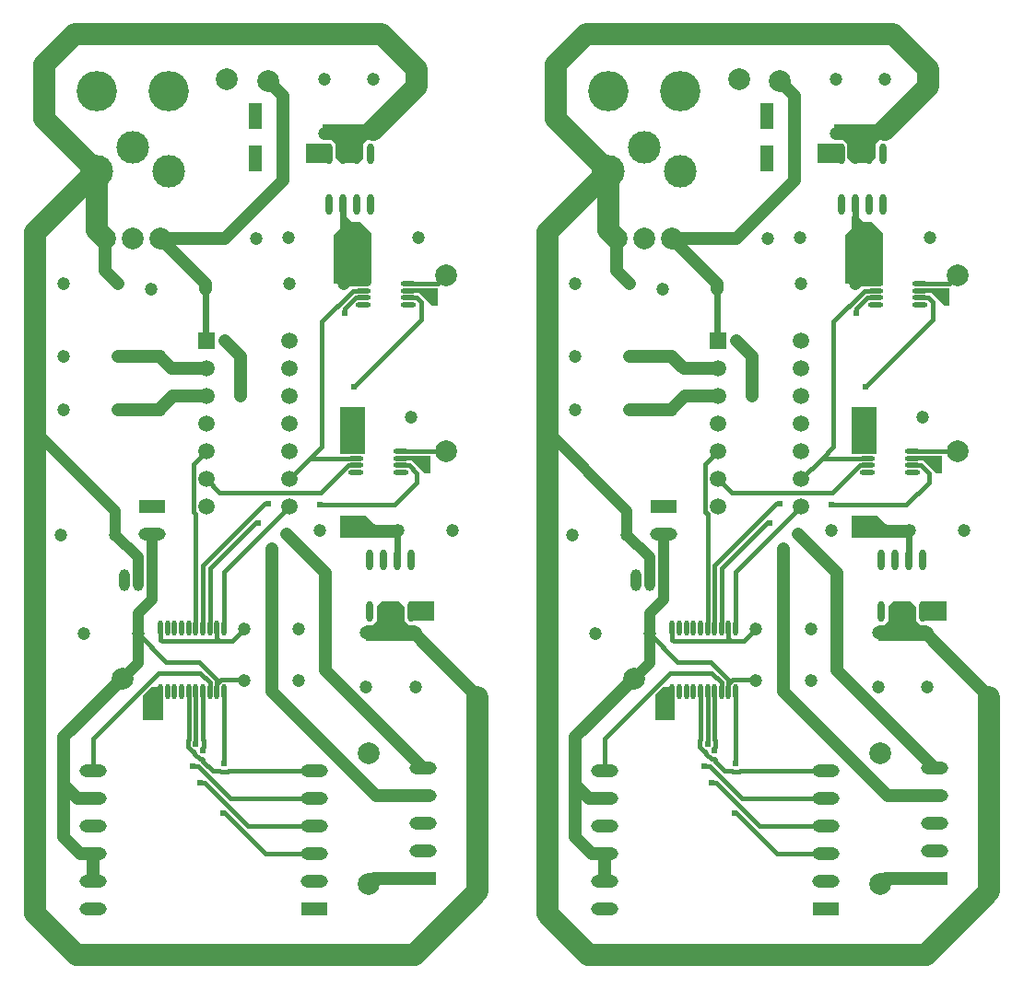
<source format=gtl>
%FSLAX23Y23*%
%MOIN*%
G70*
G01*
G75*
G04 Layer_Physical_Order=1*
G04 Layer_Color=255*
%ADD10O,0.024X0.075*%
%ADD11O,0.055X0.018*%
%ADD12O,0.018X0.055*%
%ADD13C,0.018*%
%ADD14C,0.047*%
%ADD15C,0.039*%
%ADD16C,0.024*%
%ADD17C,0.079*%
%ADD18R,0.098X0.047*%
%ADD19O,0.098X0.047*%
%ADD20C,0.047*%
%ADD21C,0.079*%
%ADD22C,0.118*%
%ADD23C,0.146*%
%ADD24C,0.051*%
%ADD25C,0.059*%
%ADD26R,0.059X0.059*%
%ADD27O,0.039X0.079*%
%ADD28O,0.039X0.079*%
%ADD29R,0.047X0.098*%
%ADD30O,0.047X0.098*%
%ADD31C,0.024*%
G36*
X1319Y1660D02*
Y1613D01*
X1318Y1612D01*
X1197Y1612D01*
X1197Y1689D01*
X1286Y1689D01*
X1319Y1660D01*
D02*
G37*
G36*
X1523Y1846D02*
X1522Y1845D01*
X1501D01*
X1457Y1890D01*
X1415D01*
Y1906D01*
X1523D01*
Y1846D01*
D02*
G37*
G36*
X1537Y1309D02*
X1453D01*
Y1380D01*
X1537D01*
Y1309D01*
D02*
G37*
G36*
X555Y1034D02*
X555Y1033D01*
X555Y952D01*
X484D01*
X484Y1041D01*
Y1042D01*
X512Y1070D01*
X555D01*
Y1034D01*
D02*
G37*
G36*
X1429Y1360D02*
Y1309D01*
X1441Y1297D01*
X1445Y1293D01*
X1469D01*
Y1238D01*
X1291D01*
Y1293D01*
X1313D01*
X1329Y1309D01*
Y1360D01*
Y1362D01*
X1346Y1380D01*
X1409D01*
X1429Y1360D01*
D02*
G37*
G36*
X1157Y2966D02*
X1073D01*
Y3037D01*
X1157D01*
Y2966D01*
D02*
G37*
G36*
X1319Y3052D02*
X1297D01*
X1281Y3037D01*
Y2985D01*
Y2983D01*
X1264Y2966D01*
X1201D01*
X1181Y2985D01*
Y3037D01*
X1169Y3048D01*
X1165Y3052D01*
X1134D01*
Y3107D01*
X1319D01*
Y3052D01*
D02*
G37*
G36*
X1219Y2774D02*
X1239Y2754D01*
X1268D01*
X1276Y2746D01*
X1311Y2711D01*
Y2696D01*
Y2534D01*
X1307Y2530D01*
X1173Y2530D01*
X1173Y2707D01*
X1197Y2730D01*
X1197Y2775D01*
X1219D01*
Y2774D01*
D02*
G37*
G36*
X1286Y2084D02*
X1286Y1915D01*
X1197Y1915D01*
X1197Y2084D01*
X1229Y2084D01*
X1286Y2084D01*
D02*
G37*
G36*
X1550Y2453D02*
X1549Y2452D01*
X1529D01*
X1484Y2496D01*
X1443D01*
Y2513D01*
X1550D01*
Y2453D01*
D02*
G37*
G36*
X3169Y1660D02*
Y1613D01*
X3168Y1612D01*
X3047Y1612D01*
X3047Y1689D01*
X3137Y1689D01*
X3169Y1660D01*
D02*
G37*
G36*
X3373Y1846D02*
X3372Y1845D01*
X3351D01*
X3307Y1890D01*
X3266D01*
Y1906D01*
X3373D01*
Y1846D01*
D02*
G37*
G36*
X3388Y1309D02*
X3304D01*
Y1380D01*
X3388D01*
Y1309D01*
D02*
G37*
G36*
X2405Y1034D02*
X2406Y1033D01*
X2406Y952D01*
X2335D01*
X2335Y1041D01*
Y1042D01*
X2363Y1070D01*
X2405D01*
Y1034D01*
D02*
G37*
G36*
X3280Y1360D02*
Y1309D01*
X3291Y1297D01*
X3295Y1293D01*
X3319D01*
Y1238D01*
X3142D01*
Y1293D01*
X3164D01*
X3179Y1309D01*
Y1360D01*
Y1362D01*
X3197Y1380D01*
X3260D01*
X3280Y1360D01*
D02*
G37*
G36*
X3007Y2966D02*
X2923D01*
Y3037D01*
X3007D01*
Y2966D01*
D02*
G37*
G36*
X3169Y3052D02*
X3147D01*
X3132Y3037D01*
Y2985D01*
Y2983D01*
X3114Y2966D01*
X3051D01*
X3031Y2985D01*
Y3037D01*
X3020Y3048D01*
X3016Y3052D01*
X2984D01*
Y3107D01*
X3169D01*
Y3052D01*
D02*
G37*
G36*
X3069Y2774D02*
X3089Y2754D01*
X3118D01*
X3126Y2746D01*
X3161Y2711D01*
Y2696D01*
Y2534D01*
X3158Y2530D01*
X3024Y2530D01*
X3024Y2707D01*
X3047Y2730D01*
X3047Y2775D01*
X3069D01*
Y2774D01*
D02*
G37*
G36*
X3137Y2084D02*
X3137Y1915D01*
X3047Y1915D01*
X3047Y2084D01*
X3080Y2084D01*
X3137Y2084D01*
D02*
G37*
G36*
X3401Y2453D02*
X3400Y2452D01*
X3379D01*
X3335Y2496D01*
X3293D01*
Y2513D01*
X3401D01*
Y2453D01*
D02*
G37*
D10*
X1453Y1529D02*
D03*
X1403D02*
D03*
X1353D02*
D03*
X1303D02*
D03*
X1453Y1344D02*
D03*
X1403D02*
D03*
X1353D02*
D03*
X1303D02*
D03*
X1157Y2817D02*
D03*
X1207D02*
D03*
X1257D02*
D03*
X1307D02*
D03*
X1157Y3002D02*
D03*
X1207D02*
D03*
X1257D02*
D03*
X1307D02*
D03*
X3303Y1529D02*
D03*
X3253D02*
D03*
X3203D02*
D03*
X3153D02*
D03*
X3303Y1344D02*
D03*
X3253D02*
D03*
X3203D02*
D03*
X3153D02*
D03*
X3008Y2817D02*
D03*
X3058D02*
D03*
X3108D02*
D03*
X3158D02*
D03*
X3008Y3002D02*
D03*
X3058D02*
D03*
X3108D02*
D03*
X3158D02*
D03*
D11*
X1281Y2530D02*
D03*
Y2505D02*
D03*
Y2479D02*
D03*
Y2453D02*
D03*
X1443Y2530D02*
D03*
Y2505D02*
D03*
Y2479D02*
D03*
Y2453D02*
D03*
X1254Y1924D02*
D03*
Y1898D02*
D03*
Y1873D02*
D03*
Y1847D02*
D03*
X1415Y1924D02*
D03*
Y1898D02*
D03*
Y1873D02*
D03*
Y1847D02*
D03*
X3132Y2530D02*
D03*
Y2505D02*
D03*
Y2479D02*
D03*
Y2453D02*
D03*
X3293Y2530D02*
D03*
Y2505D02*
D03*
Y2479D02*
D03*
Y2453D02*
D03*
X3104Y1924D02*
D03*
Y1898D02*
D03*
Y1873D02*
D03*
Y1847D02*
D03*
X3266Y1924D02*
D03*
Y1898D02*
D03*
Y1873D02*
D03*
Y1847D02*
D03*
D12*
X546Y1053D02*
D03*
X572D02*
D03*
X597D02*
D03*
X623D02*
D03*
X649D02*
D03*
X674D02*
D03*
X700D02*
D03*
X725D02*
D03*
X751D02*
D03*
X777D02*
D03*
X546Y1285D02*
D03*
X572D02*
D03*
X597D02*
D03*
X623D02*
D03*
X649D02*
D03*
X674D02*
D03*
X700D02*
D03*
X725D02*
D03*
X751D02*
D03*
X777D02*
D03*
X2397Y1053D02*
D03*
X2422D02*
D03*
X2448D02*
D03*
X2473D02*
D03*
X2499D02*
D03*
X2525D02*
D03*
X2550D02*
D03*
X2576D02*
D03*
X2601D02*
D03*
X2627D02*
D03*
X2397Y1285D02*
D03*
X2422D02*
D03*
X2448D02*
D03*
X2473D02*
D03*
X2499D02*
D03*
X2525D02*
D03*
X2550D02*
D03*
X2576D02*
D03*
X2601D02*
D03*
X2627D02*
D03*
D13*
X924Y1735D02*
X936D01*
X700Y1512D02*
X924Y1735D01*
X761Y1774D02*
X1126D01*
X889Y1665D02*
X899D01*
X725Y1501D02*
X889Y1665D01*
X792Y767D02*
X1102D01*
X789Y764D02*
X792Y767D01*
X765Y764D02*
X789D01*
X761Y767D02*
X765Y764D01*
X735Y767D02*
X761D01*
X701Y801D02*
X735Y767D01*
X700Y880D02*
Y1053D01*
Y880D02*
X703Y877D01*
Y853D02*
Y877D01*
X700Y849D02*
X703Y853D01*
X700Y839D02*
Y849D01*
X649Y880D02*
Y1053D01*
X645Y877D02*
X649Y880D01*
X645Y853D02*
Y877D01*
Y853D02*
X662Y836D01*
X667D01*
X671Y832D01*
X662Y784D02*
X683D01*
X799Y667D01*
X671Y827D02*
Y832D01*
Y827D02*
X688Y810D01*
X697D01*
X701Y806D01*
Y801D02*
Y806D01*
X774Y615D02*
X779D01*
X927Y467D01*
X688Y723D02*
X707D01*
X863Y567D01*
X1214Y2425D02*
Y2440D01*
X1252Y2479D01*
X1549Y2530D02*
X1579Y2560D01*
X1443Y2530D02*
X1549D01*
X777Y793D02*
Y1053D01*
X674Y865D02*
Y1053D01*
X927Y467D02*
X1102D01*
X863Y567D02*
X1102D01*
X799Y667D02*
X1102D01*
X302Y767D02*
Y885D01*
X539Y1121D01*
X691D01*
X725Y1086D01*
Y1053D02*
Y1086D01*
Y1053D02*
X725Y1053D01*
X552Y1236D02*
X760D01*
X546Y1242D02*
X552Y1236D01*
X546Y1242D02*
Y1285D01*
X546Y1285D02*
X546Y1285D01*
X777Y1488D02*
X1012Y1723D01*
X777Y1285D02*
Y1488D01*
X725Y1285D02*
Y1501D01*
X700Y1285D02*
Y1512D01*
X666Y1877D02*
X712Y1923D01*
X666Y1704D02*
Y1877D01*
Y1704D02*
X674Y1696D01*
Y1285D02*
Y1696D01*
X712Y1823D02*
X761Y1774D01*
X1126D02*
X1225Y1873D01*
X1254D01*
X1254Y1873D01*
X1443Y2479D02*
X1443Y2479D01*
X1087Y1898D02*
X1131Y1942D01*
X1012Y1823D02*
X1087Y1898D01*
X1254D01*
X1131Y1942D02*
Y2394D01*
X1242Y2505D01*
X1281D01*
X1252Y2479D02*
X1281D01*
X1281Y2479D01*
X766Y1097D02*
X850D01*
X465Y1263D02*
X567Y1161D01*
X687D01*
X751Y1097D01*
Y1053D02*
Y1097D01*
Y1053D02*
X751Y1053D01*
Y1082D01*
X766Y1097D01*
X850Y1094D02*
Y1097D01*
X807Y1236D02*
X850Y1279D01*
X760Y1236D02*
X807D01*
X751Y1245D02*
X760Y1236D01*
X751Y1245D02*
Y1285D01*
X1281Y2530D02*
Y2696D01*
X1209Y2531D02*
X1210Y2530D01*
X1281D01*
X1443Y2479D02*
X1443Y2479D01*
X1472D01*
X1488Y2463D01*
Y2399D02*
Y2463D01*
X1246Y2157D02*
X1488Y2399D01*
X1415Y1873D02*
X1415Y1873D01*
X1445D01*
X1474Y1843D01*
Y1811D02*
Y1843D01*
X1394Y1730D02*
X1474Y1811D01*
X1122Y1730D02*
X1394D01*
X1415Y1924D02*
X1579D01*
X2774Y1735D02*
X2786D01*
X2550Y1512D02*
X2774Y1735D01*
X2612Y1774D02*
X2977D01*
X2740Y1665D02*
X2749D01*
X2576Y1501D02*
X2740Y1665D01*
X2642Y767D02*
X2953D01*
X2639Y764D02*
X2642Y767D01*
X2615Y764D02*
X2639D01*
X2612Y767D02*
X2615Y764D01*
X2586Y767D02*
X2612D01*
X2552Y801D02*
X2586Y767D01*
X2550Y880D02*
Y1053D01*
Y880D02*
X2554Y877D01*
Y853D02*
Y877D01*
X2550Y849D02*
X2554Y853D01*
X2550Y839D02*
Y849D01*
X2499Y880D02*
Y1053D01*
X2496Y877D02*
X2499Y880D01*
X2496Y853D02*
Y877D01*
Y853D02*
X2513Y836D01*
X2517D01*
X2521Y832D01*
X2513Y784D02*
X2533D01*
X2649Y667D01*
X2521Y827D02*
Y832D01*
Y827D02*
X2538Y810D01*
X2548D01*
X2552Y806D01*
Y801D02*
Y806D01*
X2624Y615D02*
X2629D01*
X2777Y467D01*
X2538Y723D02*
X2557D01*
X2713Y567D01*
X3064Y2425D02*
Y2440D01*
X3103Y2479D01*
X3399Y2530D02*
X3429Y2560D01*
X3293Y2530D02*
X3399D01*
X2627Y793D02*
Y1053D01*
X2525Y865D02*
Y1053D01*
X2777Y467D02*
X2953D01*
X2713Y567D02*
X2953D01*
X2649Y667D02*
X2953D01*
X2153Y767D02*
Y885D01*
X2389Y1121D01*
X2541D01*
X2576Y1086D01*
Y1053D02*
Y1086D01*
Y1053D02*
X2576Y1053D01*
X2403Y1236D02*
X2610D01*
X2397Y1242D02*
X2403Y1236D01*
X2397Y1242D02*
Y1285D01*
X2397Y1285D02*
X2397Y1285D01*
X2627Y1488D02*
X2863Y1723D01*
X2627Y1285D02*
Y1488D01*
X2576Y1285D02*
Y1501D01*
X2550Y1285D02*
Y1512D01*
X2516Y1877D02*
X2563Y1923D01*
X2516Y1704D02*
Y1877D01*
Y1704D02*
X2525Y1696D01*
Y1285D02*
Y1696D01*
X2563Y1823D02*
X2612Y1774D01*
X2977D02*
X3075Y1873D01*
X3104D01*
X3104Y1873D01*
X3293Y2479D02*
X3293Y2479D01*
X2938Y1898D02*
X2981Y1942D01*
X2863Y1823D02*
X2938Y1898D01*
X3104D01*
X2981Y1942D02*
Y2394D01*
X3092Y2505D01*
X3132D01*
X3103Y2479D02*
X3132D01*
X3132Y2479D01*
X2616Y1097D02*
X2701D01*
X2315Y1263D02*
X2417Y1161D01*
X2537D01*
X2601Y1097D01*
Y1053D02*
Y1097D01*
Y1053D02*
X2601Y1053D01*
Y1082D01*
X2616Y1097D01*
X2701Y1094D02*
Y1097D01*
X2657Y1236D02*
X2701Y1279D01*
X2610Y1236D02*
X2657D01*
X2601Y1245D02*
X2610Y1236D01*
X2601Y1245D02*
Y1285D01*
X3132Y2530D02*
Y2696D01*
X3059Y2531D02*
X3060Y2530D01*
X3132D01*
X3293Y2479D02*
X3293Y2479D01*
X3323D01*
X3339Y2463D01*
Y2399D02*
Y2463D01*
X3096Y2157D02*
X3339Y2399D01*
X3266Y1873D02*
X3266Y1873D01*
X3295D01*
X3325Y1843D01*
Y1811D02*
Y1843D01*
X3244Y1730D02*
X3325Y1811D01*
X2972Y1730D02*
X3244D01*
X3266Y1924D02*
X3429D01*
D14*
X1002Y1624D02*
X1142Y1484D01*
Y1132D02*
Y1484D01*
Y1132D02*
X1496Y778D01*
X951Y1053D02*
Y1569D01*
Y1053D02*
X1326Y678D01*
X1496D01*
X302Y367D02*
Y467D01*
X257D02*
X302D01*
X197Y527D02*
X257Y467D01*
X197Y527D02*
Y716D01*
Y889D02*
X409Y1102D01*
X197Y716D02*
Y889D01*
Y716D02*
X246Y667D01*
X302D01*
X1299Y358D02*
X1319Y378D01*
X1496D01*
X1321Y1635D02*
X1403D01*
X346Y2577D02*
Y2693D01*
Y2577D02*
X394Y2530D01*
X394Y2267D02*
X543D01*
X392Y2075D02*
X543D01*
X591Y2123D02*
X712D01*
X543Y2075D02*
X591Y2123D01*
X587Y2223D02*
X712D01*
X543Y2267D02*
X587Y2223D01*
X1469Y1259D02*
Y1267D01*
Y1259D02*
X1693Y1035D01*
X937Y3263D02*
X990Y3211D01*
Y2984D02*
Y3211D01*
X697Y2693D02*
X780D01*
X990Y2903D01*
Y2984D01*
X546Y2693D02*
X697D01*
X709Y2511D02*
Y2530D01*
X546Y2693D02*
X709Y2530D01*
X779Y2323D02*
X835Y2267D01*
Y2124D02*
Y2267D01*
X2852Y1624D02*
X2992Y1484D01*
Y1132D02*
Y1484D01*
Y1132D02*
X3347Y778D01*
X2801Y1053D02*
Y1569D01*
Y1053D02*
X3176Y678D01*
X3347D01*
X2153Y367D02*
Y467D01*
X2107D02*
X2153D01*
X2047Y527D02*
X2107Y467D01*
X2047Y527D02*
Y716D01*
Y889D02*
X2260Y1102D01*
X2047Y716D02*
Y889D01*
Y716D02*
X2096Y667D01*
X2153D01*
X3150Y358D02*
X3169Y378D01*
X3347D01*
X3172Y1635D02*
X3253D01*
X2197Y2577D02*
Y2693D01*
Y2577D02*
X2244Y2530D01*
X2244Y2267D02*
X2394D01*
X2242Y2075D02*
X2394D01*
X2442Y2123D02*
X2563D01*
X2394Y2075D02*
X2442Y2123D01*
X2438Y2223D02*
X2563D01*
X2394Y2267D02*
X2438Y2223D01*
X3319Y1259D02*
Y1267D01*
Y1259D02*
X3543Y1035D01*
X2787Y3263D02*
X2840Y3211D01*
Y2984D02*
Y3211D01*
X2547Y2693D02*
X2630D01*
X2840Y2903D01*
Y2984D01*
X2397Y2693D02*
X2547D01*
X2559Y2511D02*
Y2530D01*
X2397Y2693D02*
X2559Y2530D01*
X2629Y2323D02*
X2685Y2267D01*
Y2124D02*
Y2267D01*
D15*
X409Y1102D02*
X465Y1157D01*
Y1263D01*
Y1336D01*
X515Y1386D01*
Y1456D01*
Y1623D01*
X382Y1622D02*
X465Y1539D01*
Y1456D02*
Y1539D01*
X94Y1996D02*
X382Y1708D01*
Y1622D02*
Y1708D01*
X1139Y3074D02*
X1316D01*
Y3086D01*
X2260Y1102D02*
X2315Y1157D01*
Y1263D01*
Y1336D01*
X2365Y1386D01*
Y1456D01*
Y1623D01*
X2232Y1622D02*
X2315Y1539D01*
Y1456D02*
Y1539D01*
X1945Y1996D02*
X2232Y1708D01*
Y1622D02*
Y1708D01*
X2989Y3074D02*
X3167D01*
Y3086D01*
D16*
X1207Y2699D02*
X1210Y2696D01*
X1281D01*
X1207Y2699D02*
Y2817D01*
X1403Y1529D02*
Y1635D01*
X709Y2327D02*
Y2511D01*
X445Y2694D02*
X446Y2693D01*
X3058Y2699D02*
X3060Y2696D01*
X3132D01*
X3058Y2699D02*
Y2817D01*
X3253Y1529D02*
Y1635D01*
X2559Y2327D02*
Y2511D01*
X2295Y2694D02*
X2297Y2693D01*
D17*
X1693Y330D02*
Y1035D01*
X1465Y102D02*
X1693Y330D01*
X244Y102D02*
X1465D01*
X94Y252D02*
X244Y102D01*
X94Y252D02*
Y1996D01*
Y2716D01*
X315Y2937D01*
X1316Y3086D02*
X1472Y3243D01*
Y3307D01*
X1346Y3433D02*
X1472Y3307D01*
X235Y3433D02*
X1346D01*
X126Y3324D02*
X235Y3433D01*
X126Y3126D02*
Y3324D01*
Y3126D02*
X315Y2937D01*
Y2724D02*
X346Y2693D01*
X315Y2724D02*
Y2937D01*
X3543Y330D02*
Y1035D01*
X3315Y102D02*
X3543Y330D01*
X2094Y102D02*
X3315D01*
X1945Y252D02*
X2094Y102D01*
X1945Y252D02*
Y1996D01*
Y2716D01*
X2165Y2937D01*
X3167Y3086D02*
X3323Y3243D01*
Y3307D01*
X3197Y3433D02*
X3323Y3307D01*
X2085Y3433D02*
X3197D01*
X1976Y3324D02*
X2085Y3433D01*
X1976Y3126D02*
Y3324D01*
Y3126D02*
X2165Y2937D01*
Y2724D02*
X2197Y2693D01*
X2165Y2724D02*
Y2937D01*
D18*
X1102Y267D02*
D03*
X516Y1724D02*
D03*
X1496Y378D02*
D03*
X2953Y267D02*
D03*
X2366Y1724D02*
D03*
X3347Y378D02*
D03*
D19*
X1102Y367D02*
D03*
Y467D02*
D03*
Y567D02*
D03*
Y667D02*
D03*
Y767D02*
D03*
X302Y267D02*
D03*
Y367D02*
D03*
Y467D02*
D03*
Y567D02*
D03*
Y667D02*
D03*
Y767D02*
D03*
X516Y1624D02*
D03*
X1496Y778D02*
D03*
Y678D02*
D03*
Y578D02*
D03*
Y478D02*
D03*
X2953Y367D02*
D03*
Y467D02*
D03*
Y567D02*
D03*
Y667D02*
D03*
Y767D02*
D03*
X2153Y267D02*
D03*
Y367D02*
D03*
Y467D02*
D03*
Y567D02*
D03*
Y667D02*
D03*
Y767D02*
D03*
X2366Y1624D02*
D03*
X3347Y778D02*
D03*
Y678D02*
D03*
Y578D02*
D03*
Y478D02*
D03*
D20*
X1291Y1070D02*
D03*
Y1267D02*
D03*
X1469Y1070D02*
D03*
Y1267D02*
D03*
X197Y2267D02*
D03*
X394D02*
D03*
X195Y2075D02*
D03*
X392D02*
D03*
X1122Y1637D02*
D03*
X1319D02*
D03*
X1602D02*
D03*
X1406D02*
D03*
X1453Y2047D02*
D03*
X1256D02*
D03*
X1008Y2696D02*
D03*
X1205D02*
D03*
X1139Y3271D02*
D03*
Y3074D02*
D03*
X1316Y3271D02*
D03*
Y3074D02*
D03*
X197Y2530D02*
D03*
X394D02*
D03*
X894Y2693D02*
D03*
X697D02*
D03*
X185Y1622D02*
D03*
X382D02*
D03*
X268Y1263D02*
D03*
X465D02*
D03*
X1047Y1094D02*
D03*
X850D02*
D03*
Y1279D02*
D03*
X1047D02*
D03*
X1012Y2531D02*
D03*
X1209D02*
D03*
X1478Y2696D02*
D03*
X1281D02*
D03*
X512Y2511D02*
D03*
X709D02*
D03*
X3142Y1070D02*
D03*
Y1267D02*
D03*
X3319Y1070D02*
D03*
Y1267D02*
D03*
X2047Y2267D02*
D03*
X2244D02*
D03*
X2045Y2075D02*
D03*
X2242D02*
D03*
X2972Y1637D02*
D03*
X3169D02*
D03*
X3453D02*
D03*
X3256D02*
D03*
X3303Y2047D02*
D03*
X3106D02*
D03*
X2858Y2696D02*
D03*
X3055D02*
D03*
X2989Y3271D02*
D03*
Y3074D02*
D03*
X3167Y3271D02*
D03*
Y3074D02*
D03*
X2047Y2530D02*
D03*
X2244D02*
D03*
X2744Y2693D02*
D03*
X2547D02*
D03*
X2035Y1622D02*
D03*
X2232D02*
D03*
X2118Y1263D02*
D03*
X2315D02*
D03*
X2898Y1094D02*
D03*
X2701D02*
D03*
Y1279D02*
D03*
X2898D02*
D03*
X2862Y2531D02*
D03*
X3059D02*
D03*
X3329Y2696D02*
D03*
X3132D02*
D03*
X2362Y2511D02*
D03*
X2559D02*
D03*
D21*
X937Y3263D02*
D03*
X787Y3271D02*
D03*
X1299Y830D02*
D03*
Y358D02*
D03*
X346Y2693D02*
D03*
X446D02*
D03*
X546D02*
D03*
X409Y1102D02*
D03*
X1579Y2560D02*
D03*
Y1924D02*
D03*
X2787Y3263D02*
D03*
X2638Y3271D02*
D03*
X3150Y830D02*
D03*
Y358D02*
D03*
X2197Y2693D02*
D03*
X2297D02*
D03*
X2397D02*
D03*
X2260Y1102D02*
D03*
X3429Y2560D02*
D03*
Y1924D02*
D03*
D22*
X575Y2937D02*
D03*
X445Y3023D02*
D03*
X315Y2937D02*
D03*
X2425D02*
D03*
X2295Y3023D02*
D03*
X2165Y2937D02*
D03*
D23*
X575Y3228D02*
D03*
X315D02*
D03*
X2425D02*
D03*
X2165D02*
D03*
D24*
X543Y2267D02*
D03*
Y2075D02*
D03*
X2394Y2267D02*
D03*
Y2075D02*
D03*
D25*
X1012Y1723D02*
D03*
Y1823D02*
D03*
Y1923D02*
D03*
Y2023D02*
D03*
Y2123D02*
D03*
Y2223D02*
D03*
Y2323D02*
D03*
X712Y1723D02*
D03*
Y1823D02*
D03*
Y1923D02*
D03*
Y2023D02*
D03*
Y2123D02*
D03*
Y2223D02*
D03*
X2863Y1723D02*
D03*
Y1823D02*
D03*
Y1923D02*
D03*
Y2023D02*
D03*
Y2123D02*
D03*
Y2223D02*
D03*
Y2323D02*
D03*
X2563Y1723D02*
D03*
Y1823D02*
D03*
Y1923D02*
D03*
Y2023D02*
D03*
Y2123D02*
D03*
Y2223D02*
D03*
D26*
X712Y2323D02*
D03*
X2563D02*
D03*
D27*
X415Y1456D02*
D03*
X465D02*
D03*
X2265D02*
D03*
X2315D02*
D03*
D28*
X515D02*
D03*
X2365D02*
D03*
D29*
X890Y2984D02*
D03*
X890Y3137D02*
D03*
X2740Y2984D02*
D03*
X2740Y3137D02*
D03*
D30*
X990Y2984D02*
D03*
X990Y3137D02*
D03*
X2840Y2984D02*
D03*
X2840Y3137D02*
D03*
D31*
X936Y1735D02*
D03*
X899Y1665D02*
D03*
X662Y784D02*
D03*
X774Y615D02*
D03*
X688Y723D02*
D03*
X700Y839D02*
D03*
X804Y2298D02*
D03*
X1523Y1328D02*
D03*
X1491D02*
D03*
X1523Y1359D02*
D03*
X1491D02*
D03*
X1214Y2425D02*
D03*
X1505Y2497D02*
D03*
X1536D02*
D03*
X1534Y2466D02*
D03*
X1507Y1860D02*
D03*
X1509Y1891D02*
D03*
X1477D02*
D03*
X777Y793D02*
D03*
X674Y865D02*
D03*
X1002Y1624D02*
D03*
X951Y1569D02*
D03*
X1246Y2157D02*
D03*
X1122Y1730D02*
D03*
X1220Y1998D02*
D03*
X1219Y1963D02*
D03*
X1260D02*
D03*
Y1998D02*
D03*
X1261Y1667D02*
D03*
X1222D02*
D03*
Y1632D02*
D03*
X1261D02*
D03*
X1119Y2986D02*
D03*
X1088D02*
D03*
X1119Y3018D02*
D03*
X1088D02*
D03*
X535Y1004D02*
D03*
Y972D02*
D03*
X503Y1004D02*
D03*
Y972D02*
D03*
X511Y1043D02*
D03*
X835Y2124D02*
D03*
X779Y2323D02*
D03*
X835Y2156D02*
D03*
X2786Y1735D02*
D03*
X2749Y1665D02*
D03*
X2513Y784D02*
D03*
X2624Y615D02*
D03*
X2538Y723D02*
D03*
X2550Y839D02*
D03*
X2654Y2298D02*
D03*
X3373Y1328D02*
D03*
X3342D02*
D03*
X3373Y1359D02*
D03*
X3342D02*
D03*
X3064Y2425D02*
D03*
X3355Y2497D02*
D03*
X3387D02*
D03*
X3385Y2466D02*
D03*
X3357Y1860D02*
D03*
X3359Y1891D02*
D03*
X3328D02*
D03*
X2627Y793D02*
D03*
X2525Y865D02*
D03*
X2852Y1624D02*
D03*
X2801Y1569D02*
D03*
X3096Y2157D02*
D03*
X2972Y1730D02*
D03*
X3071Y1998D02*
D03*
X3069Y1963D02*
D03*
X3110D02*
D03*
Y1998D02*
D03*
X3111Y1667D02*
D03*
X3073D02*
D03*
Y1632D02*
D03*
X3111D02*
D03*
X2969Y2986D02*
D03*
X2938D02*
D03*
X2969Y3018D02*
D03*
X2938D02*
D03*
X2386Y1004D02*
D03*
Y972D02*
D03*
X2353Y1004D02*
D03*
Y972D02*
D03*
X2361Y1043D02*
D03*
X2685Y2124D02*
D03*
X2629Y2323D02*
D03*
X2685Y2156D02*
D03*
M02*

</source>
